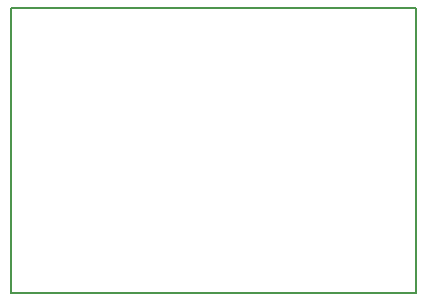
<source format=gm1>
G04 #@! TF.FileFunction,Profile,NP*
%FSLAX46Y46*%
G04 Gerber Fmt 4.6, Leading zero omitted, Abs format (unit mm)*
G04 Created by KiCad (PCBNEW (2015-08-16 BZR 6097, Git b384c94)-product) date 20/01/2016 15:51:32*
%MOMM*%
G01*
G04 APERTURE LIST*
%ADD10C,0.100000*%
%ADD11C,0.150000*%
G04 APERTURE END LIST*
D10*
D11*
X153035000Y-98425000D02*
X153035000Y-74295000D01*
X187325000Y-98425000D02*
X153035000Y-98425000D01*
X187325000Y-74295000D02*
X187325000Y-98425000D01*
X153035000Y-74295000D02*
X187325000Y-74295000D01*
M02*

</source>
